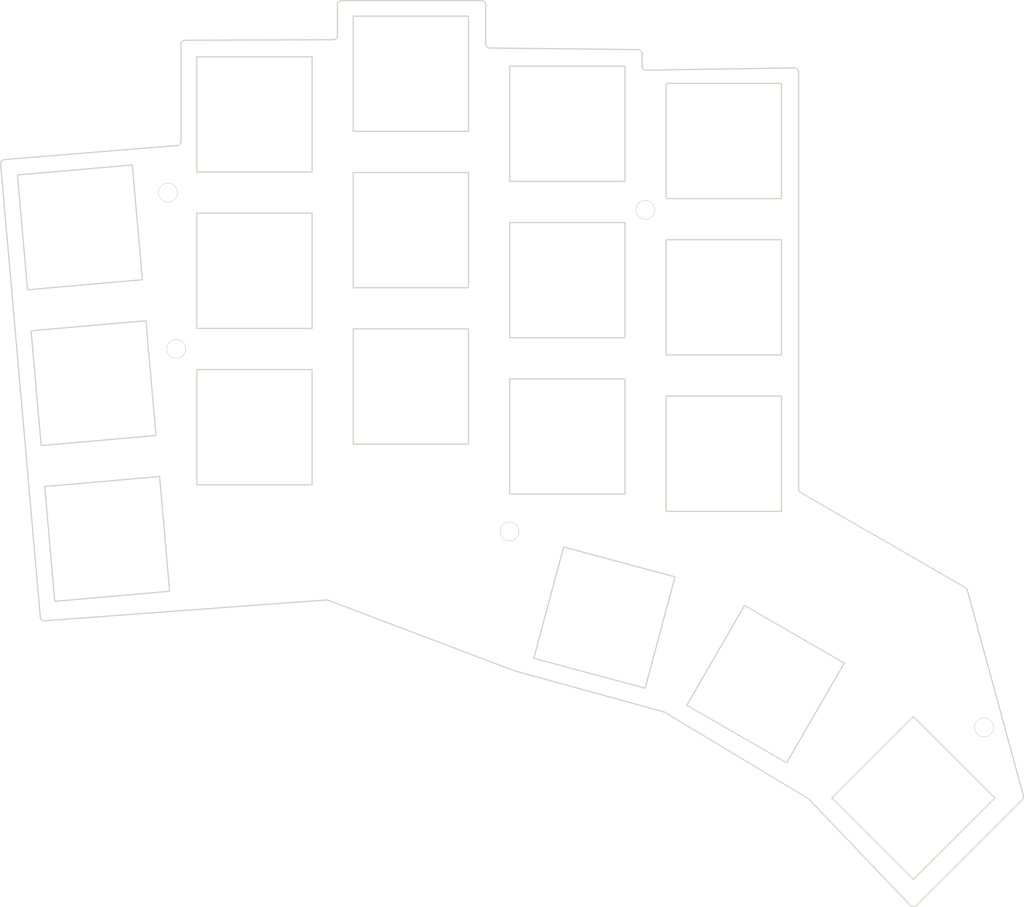
<source format=kicad_pcb>


(kicad_pcb
  (version 20240108)
  (generator "ergogen")
  (generator_version "4.1.0")
  (general
    (thickness 1.6)
    (legacy_teardrops no)
  )
  (paper "A3")
  (title_block
    (title "frontplate")
    (date "2024-04-30")
    (rev "0.2")
    (company "ceoloide")
  )

  (layers
    (0 "F.Cu" signal)
    (31 "B.Cu" signal)
    (32 "B.Adhes" user "B.Adhesive")
    (33 "F.Adhes" user "F.Adhesive")
    (34 "B.Paste" user)
    (35 "F.Paste" user)
    (36 "B.SilkS" user "B.Silkscreen")
    (37 "F.SilkS" user "F.Silkscreen")
    (38 "B.Mask" user)
    (39 "F.Mask" user)
    (40 "Dwgs.User" user "User.Drawings")
    (41 "Cmts.User" user "User.Comments")
    (42 "Eco1.User" user "User.Eco1")
    (43 "Eco2.User" user "User.Eco2")
    (44 "Edge.Cuts" user)
    (45 "Margin" user)
    (46 "B.CrtYd" user "B.Courtyard")
    (47 "F.CrtYd" user "F.Courtyard")
    (48 "B.Fab" user)
    (49 "F.Fab" user)
  )

  (setup
    (pad_to_mask_clearance 0.05)
    (allow_soldermask_bridges_in_footprints no)
    (pcbplotparams
      (layerselection 0x00010fc_ffffffff)
      (plot_on_all_layers_selection 0x0000000_00000000)
      (disableapertmacros no)
      (usegerberextensions no)
      (usegerberattributes yes)
      (usegerberadvancedattributes yes)
      (creategerberjobfile yes)
      (dashed_line_dash_ratio 12.000000)
      (dashed_line_gap_ratio 3.000000)
      (svgprecision 4)
      (plotframeref no)
      (viasonmask no)
      (mode 1)
      (useauxorigin no)
      (hpglpennumber 1)
      (hpglpenspeed 20)
      (hpglpendiameter 15.000000)
      (pdf_front_fp_property_popups yes)
      (pdf_back_fp_property_popups yes)
      (dxfpolygonmode yes)
      (dxfimperialunits yes)
      (dxfusepcbnewfont yes)
      (psnegative no)
      (psa4output no)
      (plotreference yes)
      (plotvalue yes)
      (plotfptext yes)
      (plotinvisibletext no)
      (sketchpadsonfab no)
      (subtractmaskfromsilk no)
      (outputformat 1)
      (mirror no)
      (drillshape 1)
      (scaleselection 1)
      (outputdirectory "")
    )
  )

  (net 0 "")

  
  (module "ceoloide:mounting_hole_npth" (layer F.Cu) (tedit 5F1B9159)
      (at 107.384445 57.919590400000004 0)
      (fp_text reference "MH1" (at 0 2.55 0) (layer F.SilkS) hide (effects (font (size 1 1) (thickness 0.15))))
      (pad "" np_thru_hole circle (at 0 0 0) (size 2.2 2.2) (drill 2.2) (layers *.Cu *.Mask))
  )
  

  (module "ceoloide:mounting_hole_npth" (layer F.Cu) (tedit 5F1B9159)
      (at 108.384445 76.9195904 0)
      (fp_text reference "MH2" (at 0 2.55 0) (layer F.SilkS) hide (effects (font (size 1 1) (thickness 0.15))))
      (pad "" np_thru_hole circle (at 0 0 0) (size 2.2 2.2) (drill 2.2) (layers *.Cu *.Mask))
  )
  

  (module "ceoloide:mounting_hole_npth" (layer F.Cu) (tedit 5F1B9159)
      (at 165.35244509999998 60.01059040000001 0)
      (fp_text reference "MH3" (at 0 2.55 0) (layer F.SilkS) hide (effects (font (size 1 1) (thickness 0.15))))
      (pad "" np_thru_hole circle (at 0 0 0) (size 2.2 2.2) (drill 2.2) (layers *.Cu *.Mask))
  )
  

  (module "ceoloide:mounting_hole_npth" (layer F.Cu) (tedit 5F1B9159)
      (at 148.8598077 99.0848776 -15)
      (fp_text reference "MH4" (at 0 2.55 -15) (layer F.SilkS) hide (effects (font (size 1 1) (thickness 0.15))))
      (pad "" np_thru_hole circle (at 0 0 -15) (size 2.2 2.2) (drill 2.2) (layers *.Cu *.Mask))
  )
  

  (module "ceoloide:mounting_hole_npth" (layer F.Cu) (tedit 5F1B9159)
      (at 206.488576 122.90275019999999 -45)
      (fp_text reference "MH5" (at 0 2.55 -45) (layer F.SilkS) hide (effects (font (size 1 1) (thickness 0.15))))
      (pad "" np_thru_hole circle (at 0 0 -45) (size 2.2 2.2) (drill 2.2) (layers *.Cu *.Mask))
  )
  
  (gr_line (start 91.87824460323029 109.49068746980254) (end 87.06061104775414 54.447423555018986) (layer Edge.Cuts) (stroke (width 0.15) (type default)))
(gr_line (start 87.51811429808367 53.90547845906503) (end 108.50503754967045 52.19601094528491) (layer Edge.Cuts) (stroke (width 0.15) (type default)))
(gr_line (start 108.964445 51.69766144933076) (end 108.964445 39.90788282277217) (layer Edge.Cuts) (stroke (width 0.15) (type default)))
(gr_line (start 109.46273449982895 39.407885722772754) (end 127.46615550017101 39.34629497722725) (layer Edge.Cuts) (stroke (width 0.15) (type default)))
(gr_line (start 127.964445 38.84629787722784) (end 127.964445 35.0925903) (layer Edge.Cuts) (stroke (width 0.15) (type default)))
(gr_line (start 128.464445 34.5925903) (end 145.466445 34.5925903) (layer Edge.Cuts) (stroke (width 0.15) (type default)))
(gr_line (start 145.966445 35.0925903) (end 145.966445 39.849955936708454) (layer Edge.Cuts) (stroke (width 0.15) (type default)))
(gr_line (start 146.4610505500058 40.34992683616904) (end 164.47183944999415 40.54425386383097) (layer Edge.Cuts) (stroke (width 0.15) (type default)))
(gr_line (start 164.966445 41.04422476329155) (end 164.966445 42.54003411204007) (layer Edge.Cuts) (stroke (width 0.15) (type default)))
(gr_line (start 165.47394415076104 43.03997791277865) (end 183.45917122939375 42.77019950801905) (layer Edge.Cuts) (stroke (width 0.15) (type default)))
(gr_line (start 183.96667038015485 43.26992130873259) (end 183.96744510000002 45.01459040003829) (layer Edge.Cuts) (stroke (width 0.15) (type default)))
(gr_line (start 183.9674451 45.01481240004068) (end 183.9674451 93.93435851661681) (layer Edge.Cuts) (stroke (width 0.15) (type default)))
(gr_line (start 184.2174451 94.36737121661682) (end 204.22421145980977 105.91828315985939) (layer Edge.Cuts) (stroke (width 0.15) (type default)))
(gr_line (start 204.4565945725017 106.21974150639812) (end 211.26934923259248 131.20072772663832) (layer Edge.Cuts) (stroke (width 0.15) (type default)))
(gr_line (start 211.14051951990047 131.6858354800995) (end 198.27245950682325 144.55389549317673) (layer Edge.Cuts) (stroke (width 0.15) (type default)))
(gr_line (start 197.5573001306715 144.5456552181502) (end 185.2184018103768 131.6245719172887) (layer Edge.Cuts) (stroke (width 0.15) (type default)))
(gr_line (start 185.11474537091743 131.54156036435938) (end 167.73632242747522 121.07577102297391) (layer Edge.Cuts) (stroke (width 0.15) (type default)))
(gr_line (start 167.61101352447525 121.02201021014679) (end 149.42297909295323 116.01776895205687) (layer Edge.Cuts) (stroke (width 0.15) (type default)))
(gr_line (start 149.37827902664569 116.003177061327) (end 126.82809141312292 107.44890800214452) (layer Edge.Cuts) (stroke (width 0.15) (type default)))
(gr_line (start 126.61389341312291 107.4177619021445) (end 92.41319770323031 109.94573156980263) (layer Edge.Cuts) (stroke (width 0.15) (type default)))
(gr_arc (start 87.51811424775414 53.90547845501909) (mid 87.17664344775413 54.0812949550191) (end 87.06061104775414 54.4474235550191) (layer Edge.Cuts) (stroke (width 0.15) (type default)))
(gr_arc (start 108.5050376 52.19601094933076) (mid 108.83207 52.03655944933076) (end 108.964445 51.69766144933076) (layer Edge.Cuts) (stroke (width 0.15) (type default)))
(gr_arc (start 109.4627345 39.40788572277217) (mid 109.1102874 39.554934722772174) (end 108.964445 39.90788282277217) (layer Edge.Cuts) (stroke (width 0.15) (type default)))
(gr_arc (start 127.4661555 39.34629497722784) (mid 127.81860259999999 39.19924597722784) (end 127.964445 38.84629787722784) (layer Edge.Cuts) (stroke (width 0.15) (type default)))
(gr_arc (start 128.464445 34.5925903) (mid 128.1108916 34.739036899999995) (end 127.96444500000001 35.0925903) (layer Edge.Cuts) (stroke (width 0.15) (type default)))
(gr_arc (start 145.966445 35.0925903) (mid 145.8199984 34.739036899999995) (end 145.466445 34.5925903) (layer Edge.Cuts) (stroke (width 0.15) (type default)))
(gr_arc (start 145.966445 39.849955936708454) (mid 146.1109895 40.201596936708455) (end 146.4610506 40.349926836708455) (layer Edge.Cuts) (stroke (width 0.15) (type default)))
(gr_arc (start 164.966445 41.04422476329155) (mid 164.8219005 40.69258376329155) (end 164.4718394 40.54425386329155) (layer Edge.Cuts) (stroke (width 0.15) (type default)))
(gr_arc (start 164.966445 42.54003411204007) (mid 165.115553 42.89622901204007) (end 165.4739442 43.039977912040065) (layer Edge.Cuts) (stroke (width 0.15) (type default)))
(gr_arc (start 183.96667038015485 43.26992130875763) (mid 183.81748338015484 42.91387050875763) (end 183.45917118015484 42.770199508757635) (layer Edge.Cuts) (stroke (width 0.15) (type default)))
(gr_arc (start 183.9674451 45.01481240004068) (mid 183.9674451 45.014701400040686) (end 183.9674451 45.01459040004068) (layer Edge.Cuts) (stroke (width 0.15) (type default)))
(gr_arc (start 183.9674451 93.93435851661681) (mid 184.0344324 94.18435851661681) (end 184.2174451 94.36737121661682) (layer Edge.Cuts) (stroke (width 0.15) (type default)))
(gr_arc (start 204.45659455980976 106.21974155985939) (mid 204.37021085980976 106.0460345598594) (end 204.22421145980977 105.91828315985939) (layer Edge.Cuts) (stroke (width 0.15) (type default)))
(gr_arc (start 211.14051951990055 131.68583548009963) (mid 211.27021541990055 131.46061828009962) (end 211.26934921990053 131.20072768009962) (layer Edge.Cuts) (stroke (width 0.15) (type default)))
(gr_arc (start 197.55730020682324 144.5456551931767) (mid 197.91314540682325 144.70030889317673) (end 198.27245950682325 144.5538953931767) (layer Edge.Cuts) (stroke (width 0.15) (type default)))
(gr_arc (start 185.21840173422504 131.62457194226215) (mid 185.16934173422504 131.57960944226215) (end 185.11474533422503 131.54156034226216) (layer Edge.Cuts) (stroke (width 0.15) (type default)))
(gr_arc (start 167.7363223907828 121.07577100087666) (mid 167.6755091907828 121.04459890087666) (end 167.6110134907828 121.02201020087666) (layer Edge.Cuts) (stroke (width 0.15) (type default)))
(gr_arc (start 149.37827902664569 116.003177061327) (mid 149.4004574266457 116.010998761327) (end 149.42297912664569 116.017768961327) (layer Edge.Cuts) (stroke (width 0.15) (type default)))
(gr_arc (start 126.8280914131229 107.4489080021445) (mid 126.72269801312291 107.4216051021445) (end 126.61389341312291 107.4177619021445) (layer Edge.Cuts) (stroke (width 0.15) (type default)))
(gr_arc (start 91.8782446032303 109.49068746980264) (mid 92.0523782032303 109.82794416980263) (end 92.4131977032303 109.94573156980263) (layer Edge.Cuts) (stroke (width 0.15) (type default)))
(gr_line (start 93.6367273 107.5834531) (end 107.5834531 106.3632727) (layer Edge.Cuts) (stroke (width 0.15) (type default)))
(gr_line (start 107.5834531 106.3632727) (end 106.3632727 92.4165469) (layer Edge.Cuts) (stroke (width 0.15) (type default)))
(gr_line (start 106.3632727 92.4165469) (end 92.4165469 93.6367273) (layer Edge.Cuts) (stroke (width 0.15) (type default)))
(gr_line (start 92.4165469 93.6367273) (end 93.6367273 107.5834531) (layer Edge.Cuts) (stroke (width 0.15) (type default)))
(gr_line (start 91.9807682 88.6557538) (end 105.927494 87.4355734) (layer Edge.Cuts) (stroke (width 0.15) (type default)))
(gr_line (start 105.927494 87.4355734) (end 104.70731359999999 73.4888476) (layer Edge.Cuts) (stroke (width 0.15) (type default)))
(gr_line (start 104.70731359999999 73.4888476) (end 90.7605878 74.709028) (layer Edge.Cuts) (stroke (width 0.15) (type default)))
(gr_line (start 90.7605878 74.709028) (end 91.9807682 88.6557538) (layer Edge.Cuts) (stroke (width 0.15) (type default)))
(gr_line (start 90.3248091 69.7280545) (end 104.27153489999999 68.5078741) (layer Edge.Cuts) (stroke (width 0.15) (type default)))
(gr_line (start 104.27153489999999 68.5078741) (end 103.05135449999999 54.5611483) (layer Edge.Cuts) (stroke (width 0.15) (type default)))
(gr_line (start 103.05135449999999 54.5611483) (end 89.10462869999999 55.7813287) (layer Edge.Cuts) (stroke (width 0.15) (type default)))
(gr_line (start 89.10462869999999 55.7813287) (end 90.3248091 69.7280545) (layer Edge.Cuts) (stroke (width 0.15) (type default)))
(gr_line (start 110.884445 93.4195904) (end 124.884445 93.4195904) (layer Edge.Cuts) (stroke (width 0.15) (type default)))
(gr_line (start 124.884445 93.4195904) (end 124.884445 79.4195904) (layer Edge.Cuts) (stroke (width 0.15) (type default)))
(gr_line (start 124.884445 79.4195904) (end 110.884445 79.4195904) (layer Edge.Cuts) (stroke (width 0.15) (type default)))
(gr_line (start 110.884445 79.4195904) (end 110.884445 93.4195904) (layer Edge.Cuts) (stroke (width 0.15) (type default)))
(gr_line (start 110.884445 74.4195904) (end 124.884445 74.4195904) (layer Edge.Cuts) (stroke (width 0.15) (type default)))
(gr_line (start 124.884445 74.4195904) (end 124.884445 60.419590400000004) (layer Edge.Cuts) (stroke (width 0.15) (type default)))
(gr_line (start 124.884445 60.419590400000004) (end 110.884445 60.419590400000004) (layer Edge.Cuts) (stroke (width 0.15) (type default)))
(gr_line (start 110.884445 60.419590400000004) (end 110.884445 74.4195904) (layer Edge.Cuts) (stroke (width 0.15) (type default)))
(gr_line (start 110.884445 55.419590400000004) (end 124.884445 55.419590400000004) (layer Edge.Cuts) (stroke (width 0.15) (type default)))
(gr_line (start 124.884445 55.419590400000004) (end 124.884445 41.419590400000004) (layer Edge.Cuts) (stroke (width 0.15) (type default)))
(gr_line (start 124.884445 41.419590400000004) (end 110.884445 41.419590400000004) (layer Edge.Cuts) (stroke (width 0.15) (type default)))
(gr_line (start 110.884445 41.419590400000004) (end 110.884445 55.419590400000004) (layer Edge.Cuts) (stroke (width 0.15) (type default)))
(gr_line (start 129.884445 88.4795903) (end 143.884445 88.4795903) (layer Edge.Cuts) (stroke (width 0.15) (type default)))
(gr_line (start 143.884445 88.4795903) (end 143.884445 74.4795903) (layer Edge.Cuts) (stroke (width 0.15) (type default)))
(gr_line (start 143.884445 74.4795903) (end 129.884445 74.4795903) (layer Edge.Cuts) (stroke (width 0.15) (type default)))
(gr_line (start 129.884445 74.4795903) (end 129.884445 88.4795903) (layer Edge.Cuts) (stroke (width 0.15) (type default)))
(gr_line (start 129.884445 69.4795903) (end 143.884445 69.4795903) (layer Edge.Cuts) (stroke (width 0.15) (type default)))
(gr_line (start 143.884445 69.4795903) (end 143.884445 55.4795903) (layer Edge.Cuts) (stroke (width 0.15) (type default)))
(gr_line (start 143.884445 55.4795903) (end 129.884445 55.4795903) (layer Edge.Cuts) (stroke (width 0.15) (type default)))
(gr_line (start 129.884445 55.4795903) (end 129.884445 69.4795903) (layer Edge.Cuts) (stroke (width 0.15) (type default)))
(gr_line (start 129.884445 50.4795903) (end 143.884445 50.4795903) (layer Edge.Cuts) (stroke (width 0.15) (type default)))
(gr_line (start 143.884445 50.4795903) (end 143.884445 36.4795903) (layer Edge.Cuts) (stroke (width 0.15) (type default)))
(gr_line (start 143.884445 36.4795903) (end 129.884445 36.4795903) (layer Edge.Cuts) (stroke (width 0.15) (type default)))
(gr_line (start 129.884445 36.4795903) (end 129.884445 50.4795903) (layer Edge.Cuts) (stroke (width 0.15) (type default)))
(gr_line (start 148.884445 94.5595904) (end 162.884445 94.5595904) (layer Edge.Cuts) (stroke (width 0.15) (type default)))
(gr_line (start 162.884445 94.5595904) (end 162.884445 80.5595904) (layer Edge.Cuts) (stroke (width 0.15) (type default)))
(gr_line (start 162.884445 80.5595904) (end 148.884445 80.5595904) (layer Edge.Cuts) (stroke (width 0.15) (type default)))
(gr_line (start 148.884445 80.5595904) (end 148.884445 94.5595904) (layer Edge.Cuts) (stroke (width 0.15) (type default)))
(gr_line (start 148.884445 75.5595904) (end 162.884445 75.5595904) (layer Edge.Cuts) (stroke (width 0.15) (type default)))
(gr_line (start 162.884445 75.5595904) (end 162.884445 61.559590400000005) (layer Edge.Cuts) (stroke (width 0.15) (type default)))
(gr_line (start 162.884445 61.559590400000005) (end 148.884445 61.559590400000005) (layer Edge.Cuts) (stroke (width 0.15) (type default)))
(gr_line (start 148.884445 61.559590400000005) (end 148.884445 75.5595904) (layer Edge.Cuts) (stroke (width 0.15) (type default)))
(gr_line (start 148.884445 56.559590400000005) (end 162.884445 56.559590400000005) (layer Edge.Cuts) (stroke (width 0.15) (type default)))
(gr_line (start 162.884445 56.559590400000005) (end 162.884445 42.559590400000005) (layer Edge.Cuts) (stroke (width 0.15) (type default)))
(gr_line (start 162.884445 42.559590400000005) (end 148.884445 42.559590400000005) (layer Edge.Cuts) (stroke (width 0.15) (type default)))
(gr_line (start 148.884445 42.559590400000005) (end 148.884445 56.559590400000005) (layer Edge.Cuts) (stroke (width 0.15) (type default)))
(gr_line (start 167.8844451 96.64959040000001) (end 181.8844451 96.64959040000001) (layer Edge.Cuts) (stroke (width 0.15) (type default)))
(gr_line (start 181.8844451 96.64959040000001) (end 181.8844451 82.64959040000001) (layer Edge.Cuts) (stroke (width 0.15) (type default)))
(gr_line (start 181.8844451 82.64959040000001) (end 167.8844451 82.64959040000001) (layer Edge.Cuts) (stroke (width 0.15) (type default)))
(gr_line (start 167.8844451 82.64959040000001) (end 167.8844451 96.64959040000001) (layer Edge.Cuts) (stroke (width 0.15) (type default)))
(gr_line (start 167.8844451 77.64959040000001) (end 181.8844451 77.64959040000001) (layer Edge.Cuts) (stroke (width 0.15) (type default)))
(gr_line (start 181.8844451 77.64959040000001) (end 181.8844451 63.64959040000001) (layer Edge.Cuts) (stroke (width 0.15) (type default)))
(gr_line (start 181.8844451 63.64959040000001) (end 167.8844451 63.64959040000001) (layer Edge.Cuts) (stroke (width 0.15) (type default)))
(gr_line (start 167.8844451 63.64959040000001) (end 167.8844451 77.64959040000001) (layer Edge.Cuts) (stroke (width 0.15) (type default)))
(gr_line (start 167.8844451 58.64959040000001) (end 181.8844451 58.64959040000001) (layer Edge.Cuts) (stroke (width 0.15) (type default)))
(gr_line (start 181.8844451 58.64959040000001) (end 181.8844451 44.64959040000001) (layer Edge.Cuts) (stroke (width 0.15) (type default)))
(gr_line (start 181.8844451 44.64959040000001) (end 167.8844451 44.64959040000001) (layer Edge.Cuts) (stroke (width 0.15) (type default)))
(gr_line (start 167.8844451 44.64959040000001) (end 167.8844451 58.64959040000001) (layer Edge.Cuts) (stroke (width 0.15) (type default)))
(gr_line (start 151.8112309 114.5093379) (end 165.3341925 118.1328045) (layer Edge.Cuts) (stroke (width 0.15) (type default)))
(gr_line (start 165.3341925 118.1328045) (end 168.9576591 104.6098429) (layer Edge.Cuts) (stroke (width 0.15) (type default)))
(gr_line (start 168.9576591 104.6098429) (end 155.4346975 100.9863763) (layer Edge.Cuts) (stroke (width 0.15) (type default)))
(gr_line (start 155.4346975 100.9863763) (end 151.8112309 114.5093379) (layer Edge.Cuts) (stroke (width 0.15) (type default)))
(gr_line (start 170.3949572 120.2132642) (end 182.5193128 127.2132642) (layer Edge.Cuts) (stroke (width 0.15) (type default)))
(gr_line (start 182.5193128 127.2132642) (end 189.5193128 115.0889086) (layer Edge.Cuts) (stroke (width 0.15) (type default)))
(gr_line (start 189.5193128 115.0889086) (end 177.3949572 108.0889086) (layer Edge.Cuts) (stroke (width 0.15) (type default)))
(gr_line (start 177.3949572 108.0889086) (end 170.3949572 120.2132642) (layer Edge.Cuts) (stroke (width 0.15) (type default)))
(gr_line (start 188.01116869999998 131.4806626) (end 197.9106636 141.3801575) (layer Edge.Cuts) (stroke (width 0.15) (type default)))
(gr_line (start 197.9106636 141.3801575) (end 207.8101585 131.4806626) (layer Edge.Cuts) (stroke (width 0.15) (type default)))
(gr_line (start 207.8101585 131.4806626) (end 197.9106636 121.58116769999998) (layer Edge.Cuts) (stroke (width 0.15) (type default)))
(gr_line (start 197.9106636 121.58116769999998) (end 188.01116869999998 131.4806626) (layer Edge.Cuts) (stroke (width 0.15) (type default)))
(gr_circle (center 107.384445 57.919590400000004) (end 108.484445 57.919590400000004) (layer Edge.Cuts) (stroke (width 0.15) (type default)) (fill none))
(gr_circle (center 108.384445 76.9195904) (end 109.484445 76.9195904) (layer Edge.Cuts) (stroke (width 0.15) (type default)) (fill none))
(gr_circle (center 165.35244509999998 60.01059040000001) (end 166.45244509999998 60.01059040000001) (layer Edge.Cuts) (stroke (width 0.15) (type default)) (fill none))
(gr_circle (center 148.8598077 99.0848776) (end 149.9598077 99.0848776) (layer Edge.Cuts) (stroke (width 0.15) (type default)) (fill none))
(gr_circle (center 206.488576 122.90275019999999) (end 207.588576 122.90275019999999) (layer Edge.Cuts) (stroke (width 0.15) (type default)) (fill none))

)


</source>
